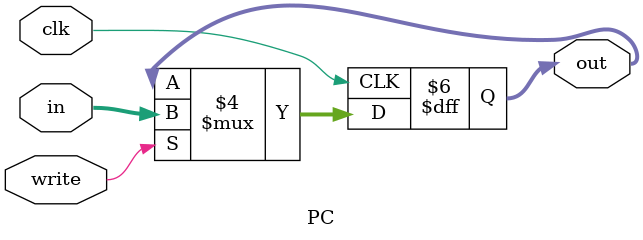
<source format=v>
`timescale 1ns / 1ps


module PC(clk, write, in, out);
    input clk, write;   
    input [31:0] in;
    output reg [31:0] out;

    initial begin
        out = 32'b0;
    end

    always @ (posedge clk) begin
        if (write) begin
            out = in;
        end
    end

endmodule

</source>
